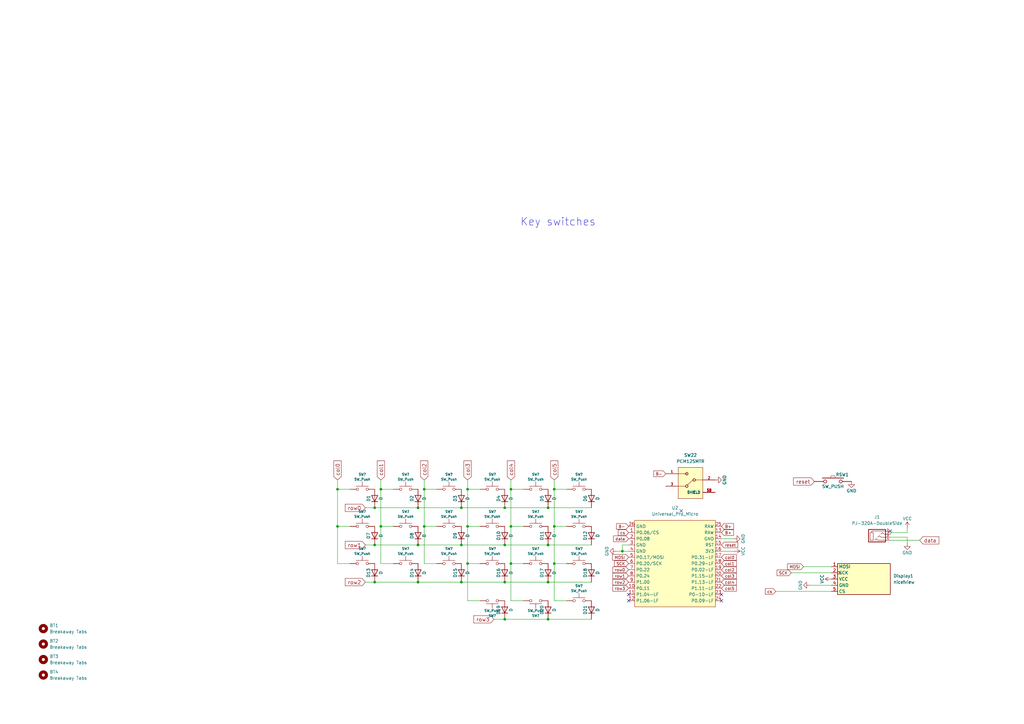
<source format=kicad_sch>
(kicad_sch (version 20230121) (generator eeschema)
  (paper "A3")
  (title_block (title "Corne Left") (date "2023-10-07") (rev "4.0.0") (company "foostan"))
  (lib_symbols
    (symbol "ClaudeSym:PJ-320A" (pin_names (offset 1.016))
      (property "Reference" "J1" (at 0 3.81 0))
      (property "Value" "PJ-320A-DoubleSide" (at 0 -3.81 0))
      (symbol "PJ-320A_0_1"
        (rectangle (start -1.905 -1.905) (end -3.175 1.27))
        (polyline (pts (xy -2.54 1.27) (xy -2.54 1.905) (xy 3.175 1.905)))
        (polyline (pts (xy -1.27 -1.905) (xy -0.635 -1.27) (xy 0 -1.905) (xy 3.175 -1.905)))
        (polyline (pts (xy 0 -0.635) (xy 0.635 0) (xy 1.27 -0.635) (xy 3.175 -0.635)))
        (polyline (pts (xy 1.27 0.635) (xy 1.905 1.27) (xy 2.54 0.635) (xy 3.175 0.635)))
        (rectangle (start 3.175 2.54) (end -3.81 -2.54) (stroke (width 0.3048)))
      )
      (symbol "PJ-320A_1_1"
        (pin input line (at 5.1338 1.8756 180) (length 2.0066) (name "") (number "1"))
        (pin input line (at 5.1954 0.6252 180) (length 2.0066) (name "") (number "2"))
        (pin input line (at 5.1074 -0.5899 180) (length 2.0066) (name "") (number "3"))
        (pin input line (at 5.1514 -1.902 180) (length 2.0066) (name "") (number "4"))
      )
    )
    (symbol "ClaudeSym:Universal_Pro_Micro_Footprint" (in_bom no)
      (property "Reference" "U" (at 0 22.86 0))
      (property "Value" "Universal_Pro_Micro" (at 0 20.32 0))
      (symbol "Universal_Pro_Micro_Footprint_0_0"
        (pin bidirectional line (at -19.05 -8.89 0) (length 2.54) (name "P0.11") (number "10"))
        (pin bidirectional line (at -19.05 -11.43 0) (length 2.54) (name "P1.04-LF") (number "11"))
        (pin bidirectional line (at -19.05 -13.97 0) (length 2.54) (name "P1.06-LF") (number "12"))
        (pin power_out line (at 19.05 11.43 180) (length 2.54) (name "GND") (number "14"))
        (pin bidirectional line (at 19.05 8.89 180) (length 2.54) (name "RST") (number "15"))
        (pin bidirectional line (at 19.05 3.81 180) (length 2.54) (name "P0.31-LF") (number "17"))
        (pin bidirectional line (at 19.05 1.27 180) (length 2.54) (name "P0.29-LF") (number "18"))
        (pin bidirectional line (at 19.05 -1.27 180) (length 2.54) (name "P0.02-LF") (number "19"))
        (pin bidirectional line (at -19.05 11.43 0) (length 2.54) (name "P0.08") (number "2"))
        (pin bidirectional line (at 19.05 -3.81 180) (length 2.54) (name "P1.15-LF") (number "20"))
        (pin bidirectional line (at 19.05 -6.35 180) (length 2.54) (name "P1.13-LF") (number "21"))
        (pin bidirectional line (at 19.05 -8.89 180) (length 2.54) (name "P1.11-LF") (number "22"))
        (pin bidirectional line (at 19.05 -11.43 180) (length 2.54) (name "P0-10-LF") (number "23"))
        (pin bidirectional line (at 19.05 -13.97 180) (length 2.54) (name "P0.09-LF") (number "24"))
        (pin power_out line (at -19.05 8.89 0) (length 2.54) (name "GND") (number "3"))
        (pin power_out line (at -19.05 6.35 0) (length 2.54) (name "GND") (number "4"))
        (pin bidirectional line (at -19.05 -1.27 0) (length 2.54) (name "P0.22") (number "7"))
        (pin bidirectional line (at -19.05 -3.81 0) (length 2.54) (name "P0.24") (number "8"))
        (pin bidirectional line (at -19.05 -6.35 0) (length 2.54) (name "P1.00") (number "9"))
      )
      (symbol "Universal_Pro_Micro_Footprint_1_0"
        (pin bidirectional line (at -19.05 13.97 0) (length 2.54) (name "P0.06/CS") (number "1"))
        (pin power_out line (at 19.05 13.97 180) (length 2.54) (name "RAW") (number "13"))
        (pin power_out line (at 19.05 6.35 180) (length 2.54) (name "3V3") (number "16"))
        (pin power_out line (at 19.05 16.51 180) (length 2.54) (name "RAW") (number "25"))
        (pin power_out line (at -19.05 16.51 0) (length 2.54) (name "GND") (number "26"))
        (pin bidirectional line (at -19.05 3.81 0) (length 2.54) (name "P0.17/MOSI") (number "5"))
        (pin bidirectional line (at -19.05 1.27 0) (length 2.54) (name "P0.20/SCK") (number "6"))
      )
      (symbol "Universal_Pro_Micro_Footprint_1_1"
        (rectangle (start -16.51 19.05) (end 16.51 -16.51) (fill (type background)))
      )
    )
    (symbol "Device:D" (pin_numbers hide) (pin_names (offset 1.016) hide)
      (property "Reference" "D" (at 0 2.54 0))
      (property "Value" "D" (at 0 -2.54 0))
      (symbol "D_0_1"
        (polyline (pts (xy -1.27 1.27) (xy -1.27 -1.27)) (stroke (width 0.254)))
        (polyline (pts (xy 1.27 0) (xy -1.27 0)))
        (polyline (pts (xy 1.27 1.27) (xy 1.27 -1.27) (xy -1.27 0) (xy 1.27 1.27)) (stroke (width 0.254)))
      )
      (symbol "D_1_1"
        (pin passive line (at -3.81 0 0) (length 2.54) (name "K") (number "1"))
        (pin passive line (at 3.81 0 180) (length 2.54) (name "A") (number "2"))
      )
    )
    (symbol "Mechanical:MountingHole" (pin_names (offset 1.016))
      (property "Reference" "H" (at 0 5.08 0))
      (property "Value" "MountingHole" (at 0 3.175 0))
      (symbol "MountingHole_0_1"
        (circle (center 0 0) (radius 1.27) (stroke (width 1.27)))
      )
    )
    (symbol "PCM_PCM12SMTR:PCM12SMTR" (pin_names (offset 1.016))
      (property "Reference" "SW" (at -5.0844 5.3386 0))
      (property "Value" "PCM12SMTR" (at -5.1814 -9.6619 0))
      (symbol "PCM12SMTR_0_0"
        (rectangle (start -5.08 -7.62) (end 5.08 5.08) (stroke (width 0.1524)) (fill (type background)))
        (circle (center -1.524 -2.54) (radius 0.508) (stroke (width 0.254)))
        (circle (center -1.524 2.54) (radius 0.508) (stroke (width 0.254)))
        (polyline (pts (xy -5.08 -2.54) (xy -2.032 -2.54)) (stroke (width 0.1524)))
        (polyline (pts (xy -5.08 2.54) (xy -1.524 2.54)) (stroke (width 0.1524)))
        (polyline (pts (xy 1.016 0) (xy -1.27 -2.032)) (stroke (width 0.1524)))
        (polyline (pts (xy 2.032 0) (xy 5.08 0)) (stroke (width 0.1524)))
        (circle (center 1.524 0) (radius 0.508) (stroke (width 0.254)))
        (pin passive line (at -10.16 2.54 0) (length 5.08) (name "~") (number "1"))
        (pin passive line (at 10.16 0 180) (length 5.08) (name "~") (number "2"))
        (pin passive line (at -10.16 -2.54 0) (length 5.08) (name "~") (number "3"))
        (pin passive line (at 10.16 -5.08 180) (length 5.08) (name "SHIELD") (number "S1"))
        (pin passive line (at 10.16 -5.08 180) (length 5.08) (name "SHIELD") (number "S2"))
        (pin passive line (at 10.16 -5.08 180) (length 5.08) (name "SHIELD") (number "S3"))
        (pin passive line (at 10.16 -5.08 180) (length 5.08) (name "SHIELD") (number "S4"))
      )
    )
    (symbol "PCM_nice_view:nice!view"
      (property "Reference" "Display" (at 0 12.7 0))
      (property "Value" "nice!view" (at 0 0 0))
      (symbol "nice!view_0_1"
        (rectangle (start -6.35 11.43) (end 6.35 -10.16) (stroke (width 0.254)) (fill (type background)))
      )
      (symbol "nice!view_1_1"
        (pin input line (at -5.08 -12.7 90) (length 2.54) (name "MOSI") (number "1"))
        (pin input clock (at -2.54 -12.7 90) (length 2.54) (name "SCK") (number "2"))
        (pin power_in line (at 0 -12.7 90) (length 2.54) (name "VCC") (number "3"))
        (pin power_out line (at 2.54 -12.7 90) (length 2.54) (name "GND") (number "4"))
        (pin passive line (at 5.08 -12.7 90) (length 2.54) (name "CS") (number "5"))
      )
    )
    (symbol "SW_Push_1" (pin_numbers hide) (pin_names (offset 1.016) hide)
      (property "Reference" "SW" (at 1.27 2.54 0))
      (property "Value" "SW_Push" (at 0 -1.524 0))
      (symbol "SW_Push_1_0_1"
        (circle (center -2.032 0) (radius 0.508))
        (polyline (pts (xy 0 1.27) (xy 0 3.048)))
        (polyline (pts (xy 2.54 1.27) (xy -2.54 1.27)))
        (circle (center 2.032 0) (radius 0.508))
        (pin passive line (at -5.08 0 0) (length 2.54) (name "1") (number "1"))
        (pin passive line (at 5.08 0 180) (length 2.54) (name "2") (number "2"))
      )
    )
    (symbol "Switch:SW_Push" (pin_numbers hide) (pin_names (offset 1.016) hide)
      (property "Reference" "SW" (at 1.27 2.54 0))
      (property "Value" "SW_Push" (at 0 -1.524 0))
      (symbol "SW_Push_0_1"
        (circle (center -2.032 0) (radius 0.508))
        (polyline (pts (xy 0 1.27) (xy 0 3.048)))
        (polyline (pts (xy 2.54 1.27) (xy -2.54 1.27)))
        (circle (center 2.032 0) (radius 0.508))
        (pin passive line (at -5.08 0 0) (length 2.54) (name "1") (number "1"))
        (pin passive line (at 5.08 0 180) (length 2.54) (name "2") (number "2"))
      )
    )
    (symbol "kbd:SW_PUSH" (pin_numbers hide) (pin_names (offset 1.016) hide)
      (property "Reference" "SW" (at 3.81 2.794 0))
      (property "Value" "SW_PUSH" (at 0 -2.032 0))
      (symbol "SW_PUSH_0_1"
        (rectangle (start -4.318 1.27) (end 4.318 1.524))
        (polyline (pts (xy -1.016 1.524) (xy -0.762 2.286) (xy 0.762 2.286) (xy 1.016 1.524)))
        (pin passive inverted (at -7.62 0 0) (length 5.08) (name "1") (number "1"))
        (pin passive inverted (at 7.62 0 180) (length 5.08) (name "2") (number "2"))
      )
    )
    (symbol "power:GND" (power) (pin_names (offset 0))
      (property "Value" "GND" (at 0 -3.81 0))
      (symbol "GND_0_1"
        (polyline (pts (xy 0 0) (xy 0 -1.27) (xy 1.27 -1.27) (xy 0 -2.54) (xy -1.27 -1.27) (xy 0 -1.27)))
      )
      (symbol "GND_1_1"
        (pin power_in line (at 0 0 270) (length 0) hide (name "GND") (number "1"))
      )
    )
    (symbol "power:VCC" (power) (pin_names (offset 0))
      (property "Value" "VCC" (at 0 3.81 0))
      (symbol "VCC_0_1"
        (polyline (pts (xy -0.762 1.27) (xy 0 2.54)))
        (polyline (pts (xy 0 0) (xy 0 2.54)))
        (polyline (pts (xy 0 2.54) (xy 0.762 1.27)))
      )
      (symbol "VCC_1_1"
        (pin power_in line (at 0 0 90) (length 0) hide (name "VCC") (number "1"))
      )
    )
  )
  (junction (at 191.77 231.14))
  (junction (at 224.79 208.28))
  (junction (at 189.23 238.76))
  (junction (at 138.43 200.66))
  (junction (at 255.27 226.06))
  (junction (at 227.33 200.66))
  (junction (at 207.01 238.76))
  (junction (at 227.33 231.14))
  (junction (at 227.33 215.9))
  (junction (at 209.55 231.14))
  (junction (at 224.79 238.76))
  (junction (at 156.21 215.9))
  (junction (at 173.99 200.66))
  (junction (at 156.21 200.66))
  (junction (at 173.99 215.9))
  (junction (at 224.79 223.52))
  (junction (at 171.45 238.76))
  (junction (at 191.77 200.66))
  (junction (at 207.01 208.28))
  (junction (at 207.01 254))
  (junction (at 171.45 223.52))
  (junction (at 189.23 223.52))
  (junction (at 189.23 208.28))
  (junction (at 171.45 208.28))
  (junction (at 207.01 223.52))
  (junction (at 153.67 223.52))
  (junction (at 209.55 215.9))
  (junction (at 153.67 208.28))
  (junction (at 138.43 215.9))
  (junction (at 153.67 238.76))
  (junction (at 224.79 254))
  (junction (at 209.55 200.66))
  (junction (at 191.77 215.9))
  (no_connect (at 295.91 246.38))
  (no_connect (at 257.81 243.84))
  (no_connect (at 279.4 209.55))
  (no_connect (at 365.1788 217.8344))
  (no_connect (at 295.91 243.84))
  (no_connect (at 257.81 246.38))
  (wire (pts (xy 372.11 220.2999) (xy 372.11 222.885)))
  (wire (pts (xy 156.21 200.66) (xy 156.21 215.9)))
  (wire (pts (xy 207.01 238.76) (xy 224.79 238.76)))
  (wire (pts (xy 365.1964 221.612) (xy 366.4664 221.612)))
  (wire (pts (xy 209.55 200.66) (xy 209.55 215.9)))
  (wire (pts (xy 329.565 232.41) (xy 340.995 232.41)))
  (wire (pts (xy 365.1524 220.2999) (xy 372.11 220.2999)))
  (wire (pts (xy 209.55 200.66) (xy 214.63 200.66)))
  (wire (pts (xy 138.43 200.66) (xy 138.43 215.9)))
  (wire (pts (xy 227.33 215.9) (xy 232.41 215.9)))
  (wire (pts (xy 171.45 238.76) (xy 189.23 238.76)))
  (wire (pts (xy 372.11 218.44) (xy 372.11 216.535)))
  (wire (pts (xy 153.67 223.52) (xy 171.45 223.52)))
  (wire (pts (xy 224.79 208.28) (xy 242.57 208.28)))
  (wire (pts (xy 191.77 200.66) (xy 191.77 215.9)))
  (wire (pts (xy 224.79 254) (xy 242.57 254)))
  (wire (pts (xy 227.33 231.14) (xy 227.33 246.38)))
  (wire (pts (xy 171.45 208.28) (xy 189.23 208.28)))
  (wire (pts (xy 191.77 231.14) (xy 191.77 246.38)))
  (wire (pts (xy 224.79 238.76) (xy 242.57 238.76)))
  (wire (pts (xy 295.91 226.06) (xy 300.99 226.06)))
  (wire (pts (xy 156.21 231.14) (xy 161.29 231.14)))
  (wire (pts (xy 227.33 200.66) (xy 232.41 200.66)))
  (wire (pts (xy 255.27 226.06) (xy 257.81 226.06)))
  (wire (pts (xy 366.4664 221.615) (xy 377.19 221.615)))
  (wire (pts (xy 149.86 238.76) (xy 153.67 238.76)))
  (wire (pts (xy 227.33 200.66) (xy 227.33 215.9)))
  (wire (pts (xy 189.23 223.52) (xy 207.01 223.52)))
  (wire (pts (xy 173.99 231.14) (xy 179.07 231.14)))
  (wire (pts (xy 156.21 196.85) (xy 156.21 200.66)))
  (wire (pts (xy 153.67 238.76) (xy 171.45 238.76)))
  (wire (pts (xy 191.77 215.9) (xy 196.85 215.9)))
  (wire (pts (xy 257.81 223.52) (xy 255.27 223.52)))
  (wire (pts (xy 295.91 220.98) (xy 300.99 220.98)))
  (wire (pts (xy 173.99 196.85) (xy 173.99 200.66)))
  (wire (pts (xy 156.21 200.66) (xy 161.29 200.66)))
  (wire (pts (xy 332.105 240.03) (xy 340.995 240.03)))
  (wire (pts (xy 255.27 223.52) (xy 255.27 226.06)))
  (wire (pts (xy 209.55 246.38) (xy 214.63 246.38)))
  (wire (pts (xy 173.99 215.9) (xy 179.07 215.9)))
  (wire (pts (xy 191.77 246.38) (xy 196.85 246.38)))
  (wire (pts (xy 149.86 223.52) (xy 153.67 223.52)))
  (wire (pts (xy 191.77 200.66) (xy 196.85 200.66)))
  (wire (pts (xy 365.2404 218.44) (xy 372.11 218.44)))
  (wire (pts (xy 156.21 215.9) (xy 161.29 215.9)))
  (wire (pts (xy 209.55 231.14) (xy 209.55 246.38)))
  (wire (pts (xy 138.43 215.9) (xy 143.51 215.9)))
  (wire (pts (xy 227.33 246.38) (xy 232.41 246.38)))
  (wire (pts (xy 227.33 196.85) (xy 227.33 200.66)))
  (wire (pts (xy 227.33 215.9) (xy 227.33 231.14)))
  (wire (pts (xy 173.99 215.9) (xy 173.99 231.14)))
  (wire (pts (xy 207.01 223.52) (xy 224.79 223.52)))
  (wire (pts (xy 153.67 208.28) (xy 171.45 208.28)))
  (wire (pts (xy 207.01 254) (xy 224.79 254)))
  (wire (pts (xy 318.135 242.57) (xy 340.995 242.57)))
  (wire (pts (xy 252.73 226.06) (xy 255.27 226.06)))
  (wire (pts (xy 138.43 196.85) (xy 138.43 200.66)))
  (wire (pts (xy 189.23 238.76) (xy 207.01 238.76)))
  (wire (pts (xy 171.45 223.52) (xy 189.23 223.52)))
  (wire (pts (xy 138.43 231.14) (xy 143.51 231.14)))
  (wire (pts (xy 138.43 200.66) (xy 143.51 200.66)))
  (wire (pts (xy 227.33 231.14) (xy 232.41 231.14)))
  (wire (pts (xy 191.77 196.85) (xy 191.77 200.66)))
  (wire (pts (xy 191.77 215.9) (xy 191.77 231.14)))
  (wire (pts (xy 366.4664 221.612) (xy 366.4664 221.615)))
  (wire (pts (xy 365.2404 218.44) (xy 365.2404 219.0848)))
  (wire (pts (xy 173.99 200.66) (xy 173.99 215.9)))
  (wire (pts (xy 149.86 208.28) (xy 153.67 208.28)))
  (wire (pts (xy 202.565 254) (xy 207.01 254)))
  (wire (pts (xy 209.55 231.14) (xy 214.63 231.14)))
  (wire (pts (xy 191.77 231.14) (xy 196.85 231.14)))
  (wire (pts (xy 207.01 208.28) (xy 224.79 208.28)))
  (wire (pts (xy 173.99 200.66) (xy 179.07 200.66)))
  (wire (pts (xy 209.55 196.85) (xy 209.55 200.66)))
  (wire (pts (xy 189.23 208.28) (xy 207.01 208.28)))
  (wire (pts (xy 209.55 215.9) (xy 209.55 231.14)))
  (wire (pts (xy 209.55 215.9) (xy 214.63 215.9)))
  (wire (pts (xy 156.21 215.9) (xy 156.21 231.14)))
  (wire (pts (xy 138.43 215.9) (xy 138.43 231.14)))
  (wire (pts (xy 324.485 234.95) (xy 340.995 234.95)))
  (wire (pts (xy 224.79 223.52) (xy 242.57 223.52)))
  (text "Key switches" (at 213.36 92.964 0) (effects (font (size 3.175 3.175)) (justify left bottom)))
  (global_label "row0" (shape input) (at 149.86 208.28 180) (effects (font (size 1.524 1.524))) (property "Intersheetrefs" "${INTERSHEET_REFS}" (effects hide)))
  (global_label "cs" (shape input) (at 318.135 242.57 180) (effects (font (size 1.1938 1.1938))) (property "Intersheetrefs" "${INTERSHEET_REFS}" (effects hide)))
  (global_label "SCK" (shape input) (at 257.81 231.14 180) (effects (font (size 1.1938 1.1938))) (property "Intersheetrefs" "${INTERSHEET_REFS}" (effects hide)))
  (global_label "B+" (shape input) (at 295.91 215.9 0) (effects (font (size 1.1938 1.1938))) (property "Intersheetrefs" "${INTERSHEET_REFS}" (effects hide)))
  (global_label "col4" (shape input) (at 295.91 238.76 0) (effects (font (size 1.1938 1.1938))) (property "Intersheetrefs" "${INTERSHEET_REFS}" (effects hide)))
  (global_label "col1" (shape input) (at 295.91 231.14 0) (effects (font (size 1.1938 1.1938))) (property "Intersheetrefs" "${INTERSHEET_REFS}" (effects hide)))
  (global_label "MOSI" (shape input) (at 329.565 232.41 180) (effects (font (size 1.1938 1.1938))) (property "Intersheetrefs" "${INTERSHEET_REFS}" (effects hide)))
  (global_label "row2" (shape input) (at 149.86 238.76 180) (effects (font (size 1.524 1.524))) (property "Intersheetrefs" "${INTERSHEET_REFS}" (effects hide)))
  (global_label "row3" (shape input) (at 202.565 254 180) (effects (font (size 1.524 1.524))) (property "Intersheetrefs" "${INTERSHEET_REFS}" (effects hide)))
  (global_label "row1" (shape input) (at 257.81 236.22 180) (effects (font (size 1.1938 1.1938))) (property "Intersheetrefs" "${INTERSHEET_REFS}" (effects hide)))
  (global_label "reset" (shape input) (at 295.91 223.52 0) (effects (font (size 1.1938 1.1938))) (property "Intersheetrefs" "${INTERSHEET_REFS}" (effects hide)))
  (global_label "MOSI" (shape input) (at 257.81 228.6 180) (effects (font (size 1.1938 1.1938))) (property "Intersheetrefs" "${INTERSHEET_REFS}" (effects hide)))
  (global_label "B-" (shape input) (at 257.81 215.9 180) (effects (font (size 1.1938 1.1938))) (property "Intersheetrefs" "${INTERSHEET_REFS}" (effects hide)))
  (global_label "col0" (shape input) (at 295.91 228.6 0) (effects (font (size 1.1938 1.1938))) (property "Intersheetrefs" "${INTERSHEET_REFS}" (effects hide)))
  (global_label "data" (shape input) (at 377.19 221.615 0) (effects (font (size 1.524 1.524))) (property "Intersheetrefs" "${INTERSHEET_REFS}" (effects hide)))
  (global_label "row3" (shape input) (at 257.81 241.3 180) (effects (font (size 1.1938 1.1938))) (property "Intersheetrefs" "${INTERSHEET_REFS}" (effects hide)))
  (global_label "SCK" (shape input) (at 324.485 234.95 180) (effects (font (size 1.1938 1.1938))) (property "Intersheetrefs" "${INTERSHEET_REFS}" (effects hide)))
  (global_label "col5" (shape input) (at 227.33 196.85 90) (effects (font (size 1.524 1.524))) (property "Intersheetrefs" "${INTERSHEET_REFS}" (effects hide)))
  (global_label "row1" (shape input) (at 149.86 223.52 180) (effects (font (size 1.524 1.524))) (property "Intersheetrefs" "${INTERSHEET_REFS}" (effects hide)))
  (global_label "col2" (shape input) (at 173.99 196.85 90) (effects (font (size 1.524 1.524))) (property "Intersheetrefs" "${INTERSHEET_REFS}" (effects hide)))
  (global_label "col2" (shape input) (at 295.91 233.68 0) (effects (font (size 1.1938 1.1938))) (property "Intersheetrefs" "${INTERSHEET_REFS}" (effects hide)))
  (global_label "B+" (shape input) (at 295.91 218.44 0) (effects (font (size 1.1938 1.1938))) (property "Intersheetrefs" "${INTERSHEET_REFS}" (effects hide)))
  (global_label "col1" (shape input) (at 156.21 196.85 90) (effects (font (size 1.524 1.524))) (property "Intersheetrefs" "${INTERSHEET_REFS}" (effects hide)))
  (global_label "cs" (shape input) (at 257.81 218.44 180) (effects (font (size 1.1938 1.1938))) (property "Intersheetrefs" "${INTERSHEET_REFS}" (effects hide)))
  (global_label "reset" (shape input) (at 334.01 197.485 180) (effects (font (size 1.524 1.524))) (property "Intersheetrefs" "${INTERSHEET_REFS}" (effects hide)))
  (global_label "B-" (shape input) (at 273.05 194.31 180) (effects (font (size 1.1938 1.1938))) (property "Intersheetrefs" "${INTERSHEET_REFS}" (effects hide)))
  (global_label "col3" (shape input) (at 191.77 196.85 90) (effects (font (size 1.524 1.524))) (property "Intersheetrefs" "${INTERSHEET_REFS}" (effects hide)))
  (global_label "row2" (shape input) (at 257.81 238.76 180) (effects (font (size 1.1938 1.1938))) (property "Intersheetrefs" "${INTERSHEET_REFS}" (effects hide)))
  (global_label "data" (shape input) (at 257.81 220.98 180) (effects (font (size 1.1938 1.1938))) (property "Intersheetrefs" "${INTERSHEET_REFS}" (effects hide)))
  (global_label "row0" (shape input) (at 257.81 233.68 180) (effects (font (size 1.1938 1.1938))) (property "Intersheetrefs" "${INTERSHEET_REFS}" (effects hide)))
  (global_label "col4" (shape input) (at 209.55 196.85 90) (effects (font (size 1.524 1.524))) (property "Intersheetrefs" "${INTERSHEET_REFS}" (effects hide)))
  (global_label "col0" (shape input) (at 138.43 196.85 90) (effects (font (size 1.524 1.524))) (property "Intersheetrefs" "${INTERSHEET_REFS}" (effects hide)))
  (global_label "col5" (shape input) (at 295.91 241.3 0) (effects (font (size 1.1938 1.1938))) (property "Intersheetrefs" "${INTERSHEET_REFS}" (effects hide)))
  (global_label "col3" (shape input) (at 295.91 236.22 0) (effects (font (size 1.1938 1.1938))) (property "Intersheetrefs" "${INTERSHEET_REFS}" (effects hide)))
  (symbol (lib_id "Device:D") (at 153.67 219.71 90) (unit 1)
    (property "Reference" "D7" (at 151.13 219.71 0))
    (property "Value" "D" (at 156.21 219.71 0))
    (property "Footprint" "Diode_SMD:D_SOD-123" (effects hide))
    (instances (project "corne-light" (path "" (reference "D7") (unit 1))) (project "Corne V4 Kea Workshop Edition" (path "" (reference "D20") (unit 1))))
  )
  (symbol (lib_id "Switch:SW_Push") (at 219.71 200.66 0) (unit 1)
    (property "Reference" "SW?" (at 219.71 194.564 0) (effects (font (size 1 1))))
    (property "Value" "SW_Push" (at 219.71 196.596 0) (effects (font (size 1 1))))
    (property "Footprint" "ClaudeFoot:SW_MXchoc_HS_1u" (effects hide))
    (instances (project "Corne V4 Kea Workshop Edition" (path "" (reference "SW?") (unit 1)) (path "" (reference "SW5") (unit 1))))
  )
  (symbol (lib_id "Device:D") (at 207.01 250.19 90) (unit 1)
    (property "Reference" "D19" (at 204.47 250.19 0))
    (property "Value" "D" (at 209.55 250.19 0))
    (property "Footprint" "Diode_SMD:D_SOD-123" (effects hide))
    (instances (project "corne-light" (path "" (reference "D19") (unit 1))) (project "Corne V4 Kea Workshop Edition" (path "" (reference "D9") (unit 1))))
  )
  (symbol (lib_id "ClaudeSym:PJ-320A") (at 360.045 219.71 0) (unit 1)
    (property "Reference" "J1" (at 359.7275 212.09 0))
    (property "Value" "PJ-320A-DoubleSide" (at 359.7275 214.63 0))
    (property "Footprint" "Keebio-Parts:TRRS-PJ-320A" (effects hide))
    (instances (project "corne-light" (path "" (reference "J1") (unit 1))) (project "Corne V4 Kea Workshop Edition" (path "" (reference "J6") (unit 1))))
  )
  (symbol (lib_name "SW_Push_1") (lib_id "Switch:SW_Push") (at 237.49 200.66 0) (unit 1)
    (property "Reference" "SW?" (at 237.49 194.564 0) (effects (font (size 1 1))))
    (property "Value" "SW_Push" (at 237.49 196.596 0) (effects (font (size 1 1))))
    (property "Footprint" "ClaudeFoot:SW_MXchoc_HS_1u" (effects hide))
    (instances (project "Corne V4 Kea Workshop Edition" (path "" (reference "SW?") (unit 1)) (path "" (reference "SW4") (unit 1))))
  )
  (symbol (lib_id "Device:D") (at 224.79 250.19 90) (unit 1)
    (property "Reference" "D20" (at 222.25 250.19 0))
    (property "Value" "D" (at 227.33 250.19 0))
    (property "Footprint" "Diode_SMD:D_SOD-123" (effects hide))
    (instances (project "corne-light" (path "" (reference "D20") (unit 1))) (project "Corne V4 Kea Workshop Edition" (path "" (reference "D8") (unit 1))))
  )
  (symbol (lib_id "Device:D") (at 189.23 234.95 90) (unit 1)
    (property "Reference" "D15" (at 186.69 234.95 0))
    (property "Value" "D" (at 191.77 234.95 0))
    (property "Footprint" "Diode_SMD:D_SOD-123" (effects hide))
  )
  (symbol (lib_id "Device:D") (at 224.79 204.47 90) (unit 1)
    (property "Reference" "D5" (at 222.25 204.47 0))
    (property "Value" "D" (at 227.33 204.47 0))
    (property "Footprint" "Diode_SMD:D_SOD-123" (effects hide))
  )
  (symbol (lib_id "Switch:SW_Push") (at 201.93 200.66 0) (unit 1)
    (property "Reference" "SW?" (at 201.93 194.564 0) (effects (font (size 1 1))))
    (property "Value" "SW_Push" (at 201.93 196.596 0) (effects (font (size 1 1))))
    (property "Footprint" "ClaudeFoot:SW_MXchoc_HS_1u" (effects hide))
    (instances (project "Corne V4 Kea Workshop Edition" (path "" (reference "SW?") (unit 1)) (path "" (reference "SW12") (unit 1))))
  )
  (symbol (lib_id "Switch:SW_Push") (at 219.71 231.14 0) (unit 1)
    (property "Reference" "SW?" (at 219.71 225.044 0) (effects (font (size 1 1))))
    (property "Value" "SW_Push" (at 219.71 227.076 0) (effects (font (size 1 1))))
    (property "Footprint" "ClaudeFoot:SW_MXchoc_HS_1u" (effects hide))
    (instances (project "Corne V4 Kea Workshop Edition" (path "" (reference "SW?") (unit 1)) (path "" (reference "SW7") (unit 1))))
  )
  (symbol (lib_id "Device:D") (at 153.67 204.47 90) (unit 1)
    (property "Reference" "D1" (at 151.13 204.47 0))
    (property "Value" "D" (at 156.21 204.47 0))
    (property "Footprint" "Diode_SMD:D_SOD-123" (effects hide))
    (instances (project "corne-light" (path "" (reference "D1") (unit 1))) (project "Corne V4 Kea Workshop Edition" (path "" (reference "D19") (unit 1))))
  )
  (symbol (lib_id "Switch:SW_Push") (at 148.59 231.14 0) (unit 1)
    (property "Reference" "SW?" (at 148.59 225.044 0) (effects (font (size 1 1))))
    (property "Value" "SW_Push" (at 148.59 227.076 0) (effects (font (size 1 1))))
    (property "Footprint" "ClaudeFoot:SW_MXchoc_HS_1u" (effects hide))
    (instances (project "Corne V4 Kea Workshop Edition" (path "" (reference "SW?") (unit 1)) (path "" (reference "SW21") (unit 1))))
  )
  (symbol (lib_id "Device:D") (at 242.57 234.95 90) (unit 1)
    (property "Reference" "D18" (at 240.03 234.95 0))
    (property "Value" "D" (at 245.11 234.95 0))
    (property "Footprint" "Diode_SMD:D_SOD-123" (effects hide))
    (instances (project "corne-light" (path "" (reference "D18") (unit 1))) (project "Corne V4 Kea Workshop Edition" (path "" (reference "D2") (unit 1))))
  )
  (symbol (lib_id "Switch:SW_Push") (at 148.59 200.66 0) (unit 1)
    (property "Reference" "SW?" (at 148.59 194.564 0) (effects (font (size 1 1))))
    (property "Value" "SW_Push" (at 148.59 196.596 0) (effects (font (size 1 1))))
    (property "Footprint" "ClaudeFoot:SW_MXchoc_HS_1u" (effects hide))
    (instances (project "Corne V4 Kea Workshop Edition" (path "" (reference "SW?") (unit 1)) (path "" (reference "SW19") (unit 1))))
  )
  (symbol (lib_id "power:GND") (at 372.11 222.885 0) (unit 1)
    (property "Reference" "#PWR08" (effects hide))
    (property "Value" "GND" (at 372.11 226.695 0))
    (instances (project "corne-light" (path "" (reference "#PWR08") (unit 1))) (project "Corne V4 Kea Workshop Edition" (path "" (reference "#PWR069") (unit 1))))
  )
  (symbol (lib_id "Switch:SW_Push") (at 219.71 215.9 0) (unit 1)
    (property "Reference" "SW?" (at 219.71 209.804 0) (effects (font (size 1 1))))
    (property "Value" "SW_Push" (at 219.71 211.836 0) (effects (font (size 1 1))))
    (property "Footprint" "ClaudeFoot:SW_MXchoc_HS_1u" (effects hide))
    (instances (project "Corne V4 Kea Workshop Edition" (path "" (reference "SW?") (unit 1)) (path "" (reference "SW6") (unit 1))))
  )
  (symbol (lib_id "Switch:SW_Push") (at 237.49 246.38 0) (unit 1)
    (property "Reference" "SW?" (at 237.49 240.284 0) (effects (font (size 1 1))))
    (property "Value" "SW_Push" (at 237.49 242.316 0) (effects (font (size 1 1))))
    (property "Footprint" "ClaudeFoot:SW_MXchoc_HS_1u" (effects hide))
    (instances (project "Corne V4 Kea Workshop Edition" (path "" (reference "SW?") (unit 1)) (path "" (reference "SW1") (unit 1))))
  )
  (symbol (lib_id "Switch:SW_Push") (at 184.15 215.9 0) (unit 1)
    (property "Reference" "SW?" (at 184.15 209.804 0) (effects (font (size 1 1))))
    (property "Value" "SW_Push" (at 184.15 211.836 0) (effects (font (size 1 1))))
    (property "Footprint" "ClaudeFoot:SW_MXchoc_HS_1u" (effects hide))
    (instances (project "Corne V4 Kea Workshop Edition" (path "" (reference "SW?") (unit 1)) (path "" (reference "SW14") (unit 1))))
  )
  (symbol (lib_id "Mechanical:MountingHole") (at 17.78 264.16 0) (unit 1)
    (property "Reference" "BT2" (at 20.32 262.89 0) (effects (justify left)))
    (property "Value" "Breakaway Tabs" (at 20.32 265.43 0) (effects (justify left)))
    (property "Footprint" "ClaudeFoot:Breakaway_Tabs" (effects hide))
  )
  (symbol (lib_id "Switch:SW_Push") (at 166.37 215.9 0) (unit 1)
    (property "Reference" "SW?" (at 166.37 209.804 0) (effects (font (size 1 1))))
    (property "Value" "SW_Push" (at 166.37 211.836 0) (effects (font (size 1 1))))
    (property "Footprint" "ClaudeFoot:SW_MXchoc_HS_1u" (effects hide))
    (instances (project "Corne V4 Kea Workshop Edition" (path "" (reference "SW?") (unit 1)) (path "" (reference "SW17") (unit 1))))
  )
  (symbol (lib_id "Device:D") (at 189.23 204.47 90) (unit 1)
    (property "Reference" "D3" (at 186.69 204.47 0))
    (property "Value" "D" (at 191.77 204.47 0))
    (property "Footprint" "Diode_SMD:D_SOD-123" (effects hide))
    (instances (project "corne-light" (path "" (reference "D3") (unit 1))) (project "Corne V4 Kea Workshop Edition" (path "" (reference "D13") (unit 1))))
  )
  (symbol (lib_id "Device:D") (at 224.79 234.95 90) (unit 1)
    (property "Reference" "D17" (at 222.25 234.95 0))
    (property "Value" "D" (at 227.33 234.95 0))
    (property "Footprint" "Diode_SMD:D_SOD-123" (effects hide))
    (instances (project "corne-light" (path "" (reference "D17") (unit 1))) (project "Corne V4 Kea Workshop Edition" (path "" (reference "D7") (unit 1))))
  )
  (symbol (lib_id "power:VCC") (at 300.99 226.06 270) (unit 1)
    (property "Reference" "#PWR05" (effects hide))
    (property "Value" "VCC" (at 304.8 226.06 0))
    (instances (project "corne-light" (path "" (reference "#PWR05") (unit 1))) (project "Corne V4 Kea Workshop Edition" (path "" (reference "#PWR064") (unit 1))))
  )
  (symbol (lib_id "Device:D") (at 207.01 219.71 90) (unit 1)
    (property "Reference" "D10" (at 204.47 219.71 0))
    (property "Value" "D" (at 209.55 219.71 0))
    (property "Footprint" "Diode_SMD:D_SOD-123" (effects hide))
    (instances (project "corne-light" (path "" (reference "D10") (unit 1))) (project "Corne V4 Kea Workshop Edition" (path "" (reference "D11") (unit 1))))
  )
  (symbol (lib_id "power:GND") (at 349.25 197.485 0) (unit 1)
    (property "Reference" "#PWR07" (effects hide))
    (property "Value" "GND" (at 349.25 201.295 0))
    (instances (project "corne-light" (path "" (reference "#PWR07") (unit 1))) (project "Corne V4 Kea Workshop Edition" (path "" (reference "#PWR067") (unit 1))))
  )
  (symbol (lib_id "Device:D") (at 207.01 234.95 90) (unit 1)
    (property "Reference" "D16" (at 204.47 234.95 0))
    (property "Value" "D" (at 209.55 234.95 0))
    (property "Footprint" "Diode_SMD:D_SOD-123" (effects hide))
    (instances (project "corne-light" (path "" (reference "D16") (unit 1))) (project "Corne V4 Kea Workshop Edition" (path "" (reference "D10") (unit 1))))
  )
  (symbol (lib_id "Switch:SW_Push") (at 166.37 231.14 0) (unit 1)
    (property "Reference" "SW?" (at 166.37 225.044 0) (effects (font (size 1 1))))
    (property "Value" "SW_Push" (at 166.37 227.076 0) (effects (font (size 1 1))))
    (property "Footprint" "ClaudeFoot:SW_MXchoc_HS_1u" (effects hide))
    (instances (project "Corne V4 Kea Workshop Edition" (path "" (reference "SW?") (unit 1)) (path "" (reference "SW16") (unit 1))))
  )
  (symbol (lib_id "Switch:SW_Push") (at 184.15 231.14 0) (unit 1)
    (property "Reference" "SW?" (at 184.15 225.044 0) (effects (font (size 1 1))))
    (property "Value" "SW_Push" (at 184.15 227.076 0) (effects (font (size 1 1))))
    (property "Footprint" "ClaudeFoot:SW_MXchoc_HS_1u" (effects hide))
    (instances (project "Corne V4 Kea Workshop Edition" (path "" (reference "SW?") (unit 1)) (path "" (reference "SW15") (unit 1))))
  )
  (symbol (lib_id "Switch:SW_Push") (at 166.37 200.66 0) (unit 1)
    (property "Reference" "SW?" (at 166.37 194.564 0) (effects (font (size 1 1))))
    (property "Value" "SW_Push" (at 166.37 196.596 0) (effects (font (size 1 1))))
    (property "Footprint" "ClaudeFoot:SW_MXchoc_HS_1u" (effects hide))
    (instances (project "Corne V4 Kea Workshop Edition" (path "" (reference "SW?") (unit 1)) (path "" (reference "SW18") (unit 1))))
  )
  (symbol (lib_id "kbd:SW_PUSH") (at 341.63 197.485 0) (unit 1)
    (property "Reference" "RSW1" (at 345.44 194.691 0))
    (property "Value" "SW_PUSH" (at 341.63 199.517 0))
    (property "Footprint" "ClaudeFoot:ResetSW_1side" (effects hide))
    (instances (project "corne-light" (path "" (reference "RSW1") (unit 1))) (project "Corne V4 Kea Workshop Edition" (path "" (reference "RSW23") (unit 1))))
  )
  (symbol (lib_id "power:VCC") (at 372.11 216.535 0) (unit 1)
    (property "Reference" "#PWR06" (effects hide))
    (property "Value" "VCC" (at 372.11 212.725 0))
    (instances (project "corne-light" (path "" (reference "#PWR06") (unit 1))) (project "Corne V4 Kea Workshop Edition" (path "" (reference "#PWR068") (unit 1))))
  )
  (symbol (lib_id "power:GND") (at 332.105 240.03 270) (unit 1)
    (property "Reference" "#PWR019" (effects hide))
    (property "Value" "GND" (at 328.295 240.03 0))
    (instances (project "corne-light" (path "" (reference "#PWR019") (unit 1))) (project "Corne V4 Kea Workshop Edition" (path "" (reference "#PWR065") (unit 1))))
  )
  (symbol (lib_id "Device:D") (at 224.79 219.71 90) (unit 1)
    (property "Reference" "D11" (at 222.25 219.71 0))
    (property "Value" "D" (at 227.33 219.71 0))
    (property "Footprint" "Diode_SMD:D_SOD-123" (effects hide))
    (instances (project "corne-light" (path "" (reference "D11") (unit 1))) (project "Corne V4 Kea Workshop Edition" (path "" (reference "D6") (unit 1))))
  )
  (symbol (lib_id "Switch:SW_Push") (at 237.49 231.14 0) (unit 1)
    (property "Reference" "SW?" (at 237.49 225.044 0) (effects (font (size 1 1))))
    (property "Value" "SW_Push" (at 237.49 227.076 0) (effects (font (size 1 1))))
    (property "Footprint" "ClaudeFoot:SW_MXchoc_HS_1u" (effects hide))
    (instances (project "Corne V4 Kea Workshop Edition" (path "" (reference "SW?") (unit 1)) (path "" (reference "SW2") (unit 1))))
  )
  (symbol (lib_id "Mechanical:MountingHole") (at 17.78 270.51 0) (unit 1)
    (property "Reference" "BT3" (at 20.32 269.24 0) (effects (justify left)))
    (property "Value" "Breakaway Tabs" (at 20.32 271.78 0) (effects (justify left)))
    (property "Footprint" "ClaudeFoot:Breakaway_Tabs" (effects hide))
  )
  (symbol (lib_id "Device:D") (at 171.45 234.95 90) (unit 1)
    (property "Reference" "D14" (at 168.91 234.95 0))
    (property "Value" "D" (at 173.99 234.95 0))
    (property "Footprint" "Diode_SMD:D_SOD-123" (effects hide))
    (instances (project "corne-light" (path "" (reference "D14") (unit 1))) (project "Corne V4 Kea Workshop Edition" (path "" (reference "D16") (unit 1))))
  )
  (symbol (lib_id "Mechanical:MountingHole") (at 17.78 276.86 0) (unit 1)
    (property "Reference" "BT4" (at 20.32 275.59 0) (effects (justify left)))
    (property "Value" "Breakaway Tabs" (at 20.32 278.13 0) (effects (justify left)))
    (property "Footprint" "ClaudeFoot:Breakaway_Tabs" (effects hide))
  )
  (symbol (lib_id "Device:D") (at 171.45 219.71 90) (unit 1)
    (property "Reference" "D8" (at 168.91 219.71 0))
    (property "Value" "D" (at 173.99 219.71 0))
    (property "Footprint" "Diode_SMD:D_SOD-123" (effects hide))
    (instances (project "corne-light" (path "" (reference "D8") (unit 1))) (project "Corne V4 Kea Workshop Edition" (path "" (reference "D17") (unit 1))))
  )
  (symbol (lib_id "Device:D") (at 153.67 234.95 90) (unit 1)
    (property "Reference" "D13" (at 151.13 234.95 0))
    (property "Value" "D" (at 156.21 234.95 0))
    (property "Footprint" "Diode_SMD:D_SOD-123" (effects hide))
    (instances (project "corne-light" (path "" (reference "D13") (unit 1))) (project "Corne V4 Kea Workshop Edition" (path "" (reference "D21") (unit 1))))
  )
  (symbol (lib_id "power:GND") (at 300.99 220.98 90) (unit 1)
    (property "Reference" "#PWR03" (effects hide))
    (property "Value" "GND" (at 304.8 220.98 0))
    (instances (project "corne-light" (path "" (reference "#PWR03") (unit 1))) (project "Corne V4 Kea Workshop Edition" (path "" (reference "#PWR063") (unit 1))))
  )
  (symbol (lib_id "Device:D") (at 189.23 219.71 90) (unit 1)
    (property "Reference" "D9" (at 186.69 219.71 0))
    (property "Value" "D" (at 191.77 219.71 0))
    (property "Footprint" "Diode_SMD:D_SOD-123" (effects hide))
    (instances (project "corne-light" (path "" (reference "D9") (unit 1))) (project "Corne V4 Kea Workshop Edition" (path "" (reference "D14") (unit 1))))
  )
  (symbol (lib_id "power:GND") (at 252.73 226.06 270) (unit 1)
    (property "Reference" "#PWR04" (effects hide))
    (property "Value" "GND" (at 248.92 226.06 0))
    (instances (project "corne-light" (path "" (reference "#PWR04") (unit 1))) (project "Corne V4 Kea Workshop Edition" (path "" (reference "#PWR034") (unit 1))))
  )
  (symbol (lib_id "Device:D") (at 242.57 250.19 90) (unit 1)
    (property "Reference" "D21" (at 240.03 250.19 0))
    (property "Value" "D" (at 245.11 250.19 0))
    (property "Footprint" "Diode_SMD:D_SOD-123" (effects hide))
    (instances (project "corne-light" (path "" (reference "D21") (unit 1))) (project "Corne V4 Kea Workshop Edition" (path "" (reference "D1") (unit 1))))
  )
  (symbol (lib_id "Switch:SW_Push") (at 201.93 215.9 0) (unit 1)
    (property "Reference" "SW?" (at 201.93 209.804 0) (effects (font (size 1 1))))
    (property "Value" "SW_Push" (at 201.93 211.836 0) (effects (font (size 1 1))))
    (property "Footprint" "ClaudeFoot:SW_MXchoc_HS_1u" (effects hide))
    (instances (project "Corne V4 Kea Workshop Edition" (path "" (reference "SW?") (unit 1)) (path "" (reference "SW11") (unit 1))))
  )
  (symbol (lib_id "Switch:SW_Push") (at 148.59 215.9 0) (unit 1)
    (property "Reference" "SW?" (at 148.59 209.804 0) (effects (font (size 1 1))))
    (property "Value" "SW_Push" (at 148.59 211.836 0) (effects (font (size 1 1))))
    (property "Footprint" "ClaudeFoot:SW_MXchoc_HS_1u" (effects hide))
    (instances (project "Corne V4 Kea Workshop Edition" (path "" (reference "SW?") (unit 1)) (path "" (reference "SW20") (unit 1))))
  )
  (symbol (lib_id "Switch:SW_Push") (at 184.15 200.66 0) (unit 1)
    (property "Reference" "SW?" (at 184.15 194.564 0) (effects (font (size 1 1))))
    (property "Value" "SW_Push" (at 184.15 196.596 0) (effects (font (size 1 1))))
    (property "Footprint" "ClaudeFoot:SW_MXchoc_HS_1u" (effects hide))
    (instances (project "Corne V4 Kea Workshop Edition" (path "" (reference "SW?") (unit 1)) (path "" (reference "SW13") (unit 1))))
  )
  (symbol (lib_id "Switch:SW_Push") (at 219.71 246.38 180) (unit 1)
    (property "Reference" "SW?" (at 219.71 252.476 0) (effects (font (size 1 1))))
    (property "Value" "SW_Push" (at 219.71 250.444 0) (effects (font (size 1 1))))
    (property "Footprint" "ClaudeFoot:SW_MXchoc_HS_1u" (effects hide))
    (instances (project "Corne V4 Kea Workshop Edition" (path "" (reference "SW?") (unit 1)) (path "" (reference "SW8") (unit 1))))
  )
  (symbol (lib_id "Device:D") (at 207.01 204.47 90) (unit 1)
    (property "Reference" "D4" (at 204.47 204.47 0))
    (property "Value" "D" (at 209.55 204.47 0))
    (property "Footprint" "Diode_SMD:D_SOD-123" (effects hide))
    (instances (project "corne-light" (path "" (reference "D4") (unit 1))) (project "Corne V4 Kea Workshop Edition" (path "" (reference "D12") (unit 1))))
  )
  (symbol (lib_id "ClaudeSym:Universal_Pro_Micro_Footprint") (at 276.86 232.41 0) (unit 1) (in_bom no)
    (property "Reference" "U2" (at 276.86 208.28 0))
    (property "Value" "Universal_Pro_Micro" (at 276.86 210.82 0))
    (property "Footprint" "ClaudeFoot:Universal_Pro_Micro_Footprint" (effects hide))
    (property "Datasheet" "https://nicekeyboards.com/docs/nice-nano/pinout-schematic" (effects hide))
  )
  (symbol (lib_id "power:VCC") (at 340.995 237.49 90) (unit 1)
    (property "Reference" "#PWR018" (effects hide))
    (property "Value" "VCC" (at 337.185 237.49 0))
    (instances (project "corne-light" (path "" (reference "#PWR018") (unit 1))) (project "Corne V4 Kea Workshop Edition" (path "" (reference "#PWR066") (unit 1))))
  )
  (symbol (lib_id "Switch:SW_Push") (at 201.93 246.38 180) (unit 1)
    (property "Reference" "SW?" (at 201.93 252.476 0) (effects (font (size 1 1))))
    (property "Value" "SW_Push" (at 201.93 250.444 0) (effects (font (size 1 1))))
    (property "Footprint" "ClaudeFoot:SW_MXchoc_HS_1u" (effects hide))
    (instances (project "Corne V4 Kea Workshop Edition" (path "" (reference "SW?") (unit 1)) (path "" (reference "SW9") (unit 1))))
  )
  (symbol (lib_id "Device:D") (at 242.57 204.47 90) (unit 1)
    (property "Reference" "D6" (at 240.03 204.47 0))
    (property "Value" "D" (at 245.11 204.47 0))
    (property "Footprint" "Diode_SMD:D_SOD-123" (effects hide))
    (instances (project "corne-light" (path "" (reference "D6") (unit 1))) (project "Corne V4 Kea Workshop Edition" (path "" (reference "D4") (unit 1))))
  )
  (symbol (lib_id "Switch:SW_Push") (at 237.49 215.9 0) (unit 1)
    (property "Reference" "SW?" (at 237.49 209.804 0) (effects (font (size 1 1))))
    (property "Value" "SW_Push" (at 237.49 211.836 0) (effects (font (size 1 1))))
    (property "Footprint" "ClaudeFoot:SW_MXchoc_HS_1u" (effects hide))
    (instances (project "Corne V4 Kea Workshop Edition" (path "" (reference "SW?") (unit 1)) (path "" (reference "SW3") (unit 1))))
  )
  (symbol (lib_id "power:GND") (at 293.37 196.85 90) (unit 1)
    (property "Reference" "#PWR04" (effects hide))
    (property "Value" "GND" (at 297.18 196.85 0))
    (instances (project "corne-light" (path "" (reference "#PWR04") (unit 1))) (project "Corne V4 Kea Workshop Edition" (path "" (reference "#PWR01") (unit 1))))
  )
  (symbol (lib_id "PCM_nice_view:nice!view") (at 353.695 237.49 270) (unit 1)
    (property "Reference" "Display1" (at 366.395 236.22 90) (effects (justify left)))
    (property "Value" "nice!view" (at 366.395 238.76 90) (effects (justify left)))
    (property "Footprint" "PCM_nice_view:nice_view" (effects hide))
    (property "Datasheet" "https://nicekeyboards.com/docs/nice-view/pinout-schematic" (effects hide))
    (instances (project "corne-light" (path "" (reference "Display1") (unit 1))) (project "Corne V4 Kea Workshop Edition" (path "" (reference "Display2") (unit 1))))
  )
  (symbol (lib_id "PCM_PCM12SMTR:PCM12SMTR") (at 283.21 196.85 0) (unit 1)
    (property "Reference" "SW22" (at 283.21 186.69 0))
    (property "Value" "PCM12SMTR" (at 283.21 189.23 0))
    (property "Footprint" "Button_Switch_SMD:SW_SPDT_PCM12" (effects hide))
    (property "STANDARD" "Manufacturer Recommendation" (effects hide))
    (property "MANUFACTURER" "C&K" (effects hide))
    (instances (project "corne-light" (path "" (reference "SW22") (unit 1))) (project "Corne V4 Kea Workshop Edition" (path "" (reference "SW44") (unit 1))))
  )
  (symbol (lib_id "Switch:SW_Push") (at 201.93 231.14 0) (unit 1)
    (property "Reference" "SW?" (at 201.93 225.044 0) (effects (font (size 1 1))))
    (property "Value" "SW_Push" (at 201.93 227.076 0) (effects (font (size 1 1))))
    (property "Footprint" "ClaudeFoot:SW_MXchoc_HS_1u" (effects hide))
    (instances (project "Corne V4 Kea Workshop Edition" (path "" (reference "SW?") (unit 1)) (path "" (reference "SW10") (unit 1))))
  )
  (symbol (lib_id "Device:D") (at 242.57 219.71 90) (unit 1)
    (property "Reference" "D12" (at 240.03 219.71 0))
    (property "Value" "D" (at 245.11 219.71 0))
    (property "Footprint" "Diode_SMD:D_SOD-123" (effects hide))
    (instances (project "corne-light" (path "" (reference "D12") (unit 1))) (project "Corne V4 Kea Workshop Edition" (path "" (reference "D3") (unit 1))))
  )
  (symbol (lib_id "Device:D") (at 171.45 204.47 90) (unit 1)
    (property "Reference" "D2" (at 168.91 204.47 0))
    (property "Value" "D" (at 173.99 204.47 0))
    (property "Footprint" "Diode_SMD:D_SOD-123" (effects hide))
    (instances (project "corne-light" (path "" (reference "D2") (unit 1))) (project "Corne V4 Kea Workshop Edition" (path "" (reference "D18") (unit 1))))
  )
  (symbol (lib_id "Mechanical:MountingHole") (at 17.78 257.81 0) (unit 1)
    (property "Reference" "BT1" (at 20.32 256.54 0) (effects (justify left)))
    (property "Value" "Breakaway Tabs" (at 20.32 259.08 0) (effects (justify left)))
    (property "Footprint" "ClaudeFoot:Breakaway_Tabs" (effects hide))
  )
)
</source>
